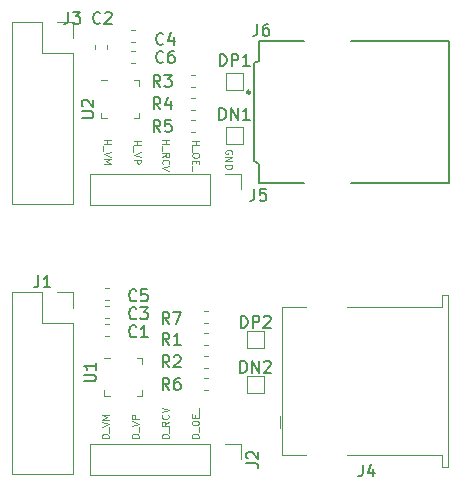
<source format=gbr>
G04 #@! TF.GenerationSoftware,KiCad,Pcbnew,5.1.6-c6e7f7d~86~ubuntu18.04.1*
G04 #@! TF.CreationDate,2021-05-10T20:55:15-07:00*
G04 #@! TF.ProjectId,usb_pmod,7573625f-706d-46f6-942e-6b696361645f,rev?*
G04 #@! TF.SameCoordinates,Original*
G04 #@! TF.FileFunction,Legend,Top*
G04 #@! TF.FilePolarity,Positive*
%FSLAX46Y46*%
G04 Gerber Fmt 4.6, Leading zero omitted, Abs format (unit mm)*
G04 Created by KiCad (PCBNEW 5.1.6-c6e7f7d~86~ubuntu18.04.1) date 2021-05-10 20:55:15*
%MOMM*%
%LPD*%
G01*
G04 APERTURE LIST*
%ADD10C,0.100000*%
%ADD11C,0.120000*%
%ADD12C,0.240000*%
%ADD13C,0.127000*%
%ADD14C,0.150000*%
G04 APERTURE END LIST*
D10*
X95775428Y-104874857D02*
X95175428Y-104874857D01*
X95175428Y-104732000D01*
X95204000Y-104646285D01*
X95261142Y-104589142D01*
X95318285Y-104560571D01*
X95432571Y-104532000D01*
X95518285Y-104532000D01*
X95632571Y-104560571D01*
X95689714Y-104589142D01*
X95746857Y-104646285D01*
X95775428Y-104732000D01*
X95775428Y-104874857D01*
X95832571Y-104417714D02*
X95832571Y-103960571D01*
X95775428Y-103474857D02*
X95489714Y-103674857D01*
X95775428Y-103817714D02*
X95175428Y-103817714D01*
X95175428Y-103589142D01*
X95204000Y-103532000D01*
X95232571Y-103503428D01*
X95289714Y-103474857D01*
X95375428Y-103474857D01*
X95432571Y-103503428D01*
X95461142Y-103532000D01*
X95489714Y-103589142D01*
X95489714Y-103817714D01*
X95718285Y-102874857D02*
X95746857Y-102903428D01*
X95775428Y-102989142D01*
X95775428Y-103046285D01*
X95746857Y-103132000D01*
X95689714Y-103189142D01*
X95632571Y-103217714D01*
X95518285Y-103246285D01*
X95432571Y-103246285D01*
X95318285Y-103217714D01*
X95261142Y-103189142D01*
X95204000Y-103132000D01*
X95175428Y-103046285D01*
X95175428Y-102989142D01*
X95204000Y-102903428D01*
X95232571Y-102874857D01*
X95175428Y-102703428D02*
X95775428Y-102503428D01*
X95175428Y-102303428D01*
X97772571Y-79684714D02*
X98372571Y-79684714D01*
X98086857Y-79684714D02*
X98086857Y-80027571D01*
X97772571Y-80027571D02*
X98372571Y-80027571D01*
X97715428Y-80170428D02*
X97715428Y-80627571D01*
X98372571Y-80884714D02*
X98372571Y-80999000D01*
X98344000Y-81056142D01*
X98286857Y-81113285D01*
X98172571Y-81141857D01*
X97972571Y-81141857D01*
X97858285Y-81113285D01*
X97801142Y-81056142D01*
X97772571Y-80999000D01*
X97772571Y-80884714D01*
X97801142Y-80827571D01*
X97858285Y-80770428D01*
X97972571Y-80741857D01*
X98172571Y-80741857D01*
X98286857Y-80770428D01*
X98344000Y-80827571D01*
X98372571Y-80884714D01*
X98086857Y-81399000D02*
X98086857Y-81599000D01*
X97772571Y-81684714D02*
X97772571Y-81399000D01*
X98372571Y-81399000D01*
X98372571Y-81684714D01*
X97715428Y-81799000D02*
X97715428Y-82256142D01*
X92819571Y-79687857D02*
X93419571Y-79687857D01*
X93133857Y-79687857D02*
X93133857Y-80030714D01*
X92819571Y-80030714D02*
X93419571Y-80030714D01*
X92762428Y-80173571D02*
X92762428Y-80630714D01*
X93419571Y-80687857D02*
X92819571Y-80887857D01*
X93419571Y-81087857D01*
X92819571Y-81287857D02*
X93419571Y-81287857D01*
X93419571Y-81516428D01*
X93391000Y-81573571D01*
X93362428Y-81602142D01*
X93305285Y-81630714D01*
X93219571Y-81630714D01*
X93162428Y-81602142D01*
X93133857Y-81573571D01*
X93105285Y-81516428D01*
X93105285Y-81287857D01*
X101138000Y-80822857D02*
X101166571Y-80765714D01*
X101166571Y-80680000D01*
X101138000Y-80594285D01*
X101080857Y-80537142D01*
X101023714Y-80508571D01*
X100909428Y-80480000D01*
X100823714Y-80480000D01*
X100709428Y-80508571D01*
X100652285Y-80537142D01*
X100595142Y-80594285D01*
X100566571Y-80680000D01*
X100566571Y-80737142D01*
X100595142Y-80822857D01*
X100623714Y-80851428D01*
X100823714Y-80851428D01*
X100823714Y-80737142D01*
X100566571Y-81108571D02*
X101166571Y-81108571D01*
X100566571Y-81451428D01*
X101166571Y-81451428D01*
X100566571Y-81737142D02*
X101166571Y-81737142D01*
X101166571Y-81880000D01*
X101138000Y-81965714D01*
X101080857Y-82022857D01*
X101023714Y-82051428D01*
X100909428Y-82080000D01*
X100823714Y-82080000D01*
X100709428Y-82051428D01*
X100652285Y-82022857D01*
X100595142Y-81965714D01*
X100566571Y-81880000D01*
X100566571Y-81737142D01*
X95232571Y-79641857D02*
X95832571Y-79641857D01*
X95546857Y-79641857D02*
X95546857Y-79984714D01*
X95232571Y-79984714D02*
X95832571Y-79984714D01*
X95175428Y-80127571D02*
X95175428Y-80584714D01*
X95232571Y-81070428D02*
X95518285Y-80870428D01*
X95232571Y-80727571D02*
X95832571Y-80727571D01*
X95832571Y-80956142D01*
X95804000Y-81013285D01*
X95775428Y-81041857D01*
X95718285Y-81070428D01*
X95632571Y-81070428D01*
X95575428Y-81041857D01*
X95546857Y-81013285D01*
X95518285Y-80956142D01*
X95518285Y-80727571D01*
X95289714Y-81670428D02*
X95261142Y-81641857D01*
X95232571Y-81556142D01*
X95232571Y-81499000D01*
X95261142Y-81413285D01*
X95318285Y-81356142D01*
X95375428Y-81327571D01*
X95489714Y-81299000D01*
X95575428Y-81299000D01*
X95689714Y-81327571D01*
X95746857Y-81356142D01*
X95804000Y-81413285D01*
X95832571Y-81499000D01*
X95832571Y-81556142D01*
X95804000Y-81641857D01*
X95775428Y-81670428D01*
X95832571Y-81841857D02*
X95232571Y-82041857D01*
X95832571Y-82241857D01*
X90279571Y-79645000D02*
X90879571Y-79645000D01*
X90593857Y-79645000D02*
X90593857Y-79987857D01*
X90279571Y-79987857D02*
X90879571Y-79987857D01*
X90222428Y-80130714D02*
X90222428Y-80587857D01*
X90879571Y-80645000D02*
X90279571Y-80845000D01*
X90879571Y-81045000D01*
X90279571Y-81245000D02*
X90879571Y-81245000D01*
X90451000Y-81445000D01*
X90879571Y-81645000D01*
X90279571Y-81645000D01*
X90695428Y-104871714D02*
X90095428Y-104871714D01*
X90095428Y-104728857D01*
X90124000Y-104643142D01*
X90181142Y-104586000D01*
X90238285Y-104557428D01*
X90352571Y-104528857D01*
X90438285Y-104528857D01*
X90552571Y-104557428D01*
X90609714Y-104586000D01*
X90666857Y-104643142D01*
X90695428Y-104728857D01*
X90695428Y-104871714D01*
X90752571Y-104414571D02*
X90752571Y-103957428D01*
X90095428Y-103900285D02*
X90695428Y-103700285D01*
X90095428Y-103500285D01*
X90695428Y-103300285D02*
X90095428Y-103300285D01*
X90524000Y-103100285D01*
X90095428Y-102900285D01*
X90695428Y-102900285D01*
X93235428Y-104828857D02*
X92635428Y-104828857D01*
X92635428Y-104686000D01*
X92664000Y-104600285D01*
X92721142Y-104543142D01*
X92778285Y-104514571D01*
X92892571Y-104486000D01*
X92978285Y-104486000D01*
X93092571Y-104514571D01*
X93149714Y-104543142D01*
X93206857Y-104600285D01*
X93235428Y-104686000D01*
X93235428Y-104828857D01*
X93292571Y-104371714D02*
X93292571Y-103914571D01*
X92635428Y-103857428D02*
X93235428Y-103657428D01*
X92635428Y-103457428D01*
X93235428Y-103257428D02*
X92635428Y-103257428D01*
X92635428Y-103028857D01*
X92664000Y-102971714D01*
X92692571Y-102943142D01*
X92749714Y-102914571D01*
X92835428Y-102914571D01*
X92892571Y-102943142D01*
X92921142Y-102971714D01*
X92949714Y-103028857D01*
X92949714Y-103257428D01*
X98315428Y-104832000D02*
X97715428Y-104832000D01*
X97715428Y-104689142D01*
X97744000Y-104603428D01*
X97801142Y-104546285D01*
X97858285Y-104517714D01*
X97972571Y-104489142D01*
X98058285Y-104489142D01*
X98172571Y-104517714D01*
X98229714Y-104546285D01*
X98286857Y-104603428D01*
X98315428Y-104689142D01*
X98315428Y-104832000D01*
X98372571Y-104374857D02*
X98372571Y-103917714D01*
X97715428Y-103660571D02*
X97715428Y-103546285D01*
X97744000Y-103489142D01*
X97801142Y-103432000D01*
X97915428Y-103403428D01*
X98115428Y-103403428D01*
X98229714Y-103432000D01*
X98286857Y-103489142D01*
X98315428Y-103546285D01*
X98315428Y-103660571D01*
X98286857Y-103717714D01*
X98229714Y-103774857D01*
X98115428Y-103803428D01*
X97915428Y-103803428D01*
X97801142Y-103774857D01*
X97744000Y-103717714D01*
X97715428Y-103660571D01*
X98001142Y-103146285D02*
X98001142Y-102946285D01*
X98315428Y-102860571D02*
X98315428Y-103146285D01*
X97715428Y-103146285D01*
X97715428Y-102860571D01*
X98372571Y-102746285D02*
X98372571Y-102289142D01*
D11*
X102424000Y-97220000D02*
X102424000Y-95820000D01*
X103824000Y-97220000D02*
X102424000Y-97220000D01*
X103824000Y-95820000D02*
X103824000Y-97220000D01*
X102424000Y-95820000D02*
X103824000Y-95820000D01*
X102424000Y-101030000D02*
X102424000Y-99630000D01*
X103824000Y-101030000D02*
X102424000Y-101030000D01*
X103824000Y-99630000D02*
X103824000Y-101030000D01*
X102424000Y-99630000D02*
X103824000Y-99630000D01*
X100646000Y-79948000D02*
X100646000Y-78548000D01*
X102046000Y-79948000D02*
X100646000Y-79948000D01*
X102046000Y-78548000D02*
X102046000Y-79948000D01*
X100646000Y-78548000D02*
X102046000Y-78548000D01*
X100646000Y-75376000D02*
X100646000Y-73976000D01*
X102046000Y-75376000D02*
X100646000Y-75376000D01*
X102046000Y-73976000D02*
X102046000Y-75376000D01*
X100646000Y-73976000D02*
X102046000Y-73976000D01*
D12*
X102672000Y-75592000D02*
G75*
G03*
X102672000Y-75592000I-120000J0D01*
G01*
D13*
X107202000Y-83292000D02*
X103402000Y-83292000D01*
X119502000Y-83292000D02*
X111202000Y-83292000D01*
X119502000Y-71292000D02*
X119502000Y-83292000D01*
X111202000Y-71292000D02*
X119502000Y-71292000D01*
X103402000Y-71292000D02*
X107202000Y-71292000D01*
X103402000Y-72942000D02*
X103402000Y-71292000D01*
X103002000Y-73142000D02*
X103402000Y-72942000D01*
X103002000Y-81442000D02*
X103002000Y-73142000D01*
X103402000Y-81642000D02*
X103002000Y-81442000D01*
X103402000Y-83292000D02*
X103402000Y-81642000D01*
D11*
X119416000Y-107292000D02*
X119416000Y-92792000D01*
X119416000Y-92792000D02*
X118916000Y-92792000D01*
X118916000Y-92792000D02*
X118916000Y-93792000D01*
X118916000Y-93792000D02*
X110916000Y-93792000D01*
X107416000Y-93792000D02*
X105416000Y-93792000D01*
X105416000Y-93792000D02*
X105416000Y-106292000D01*
X105416000Y-106292000D02*
X107416000Y-106292000D01*
X110916000Y-106292000D02*
X118916000Y-106292000D01*
X118916000Y-106292000D02*
X118916000Y-107292000D01*
X118916000Y-107292000D02*
X119416000Y-107292000D01*
X105166000Y-104042000D02*
X105166000Y-103042000D01*
X90365733Y-96268000D02*
X90708267Y-96268000D01*
X90365733Y-95248000D02*
X90708267Y-95248000D01*
X89533000Y-71569733D02*
X89533000Y-71912267D01*
X90553000Y-71569733D02*
X90553000Y-71912267D01*
X90736267Y-92200000D02*
X90393733Y-92200000D01*
X90736267Y-93220000D02*
X90393733Y-93220000D01*
X92895267Y-72134000D02*
X92552733Y-72134000D01*
X92895267Y-73154000D02*
X92552733Y-73154000D01*
X90736267Y-93724000D02*
X90393733Y-93724000D01*
X90736267Y-94744000D02*
X90393733Y-94744000D01*
X92895267Y-70356000D02*
X92552733Y-70356000D01*
X92895267Y-71376000D02*
X92552733Y-71376000D01*
X101914000Y-82490000D02*
X101914000Y-83820000D01*
X100584000Y-82490000D02*
X101914000Y-82490000D01*
X99314000Y-82490000D02*
X99314000Y-85150000D01*
X99314000Y-85150000D02*
X89094000Y-85150000D01*
X99314000Y-82490000D02*
X89094000Y-82490000D01*
X89094000Y-82490000D02*
X89094000Y-85150000D01*
X101914000Y-105350000D02*
X101914000Y-106680000D01*
X100584000Y-105350000D02*
X101914000Y-105350000D01*
X99314000Y-105350000D02*
X99314000Y-108010000D01*
X99314000Y-108010000D02*
X89094000Y-108010000D01*
X99314000Y-105350000D02*
X89094000Y-105350000D01*
X89094000Y-105350000D02*
X89094000Y-108010000D01*
X87690000Y-92523000D02*
X86360000Y-92523000D01*
X87690000Y-93853000D02*
X87690000Y-92523000D01*
X85090000Y-92523000D02*
X82490000Y-92523000D01*
X85090000Y-95123000D02*
X85090000Y-92523000D01*
X87690000Y-95123000D02*
X85090000Y-95123000D01*
X82490000Y-92523000D02*
X82490000Y-107883000D01*
X87690000Y-95123000D02*
X87690000Y-107883000D01*
X87690000Y-107883000D02*
X82490000Y-107883000D01*
X87690000Y-69663000D02*
X86360000Y-69663000D01*
X87690000Y-70993000D02*
X87690000Y-69663000D01*
X85090000Y-69663000D02*
X82490000Y-69663000D01*
X85090000Y-72263000D02*
X85090000Y-69663000D01*
X87690000Y-72263000D02*
X85090000Y-72263000D01*
X82490000Y-69663000D02*
X82490000Y-85023000D01*
X87690000Y-72263000D02*
X87690000Y-85023000D01*
X87690000Y-85023000D02*
X82490000Y-85023000D01*
X99090267Y-94105000D02*
X98747733Y-94105000D01*
X99090267Y-95125000D02*
X98747733Y-95125000D01*
X99090267Y-99820000D02*
X98747733Y-99820000D01*
X99090267Y-100840000D02*
X98747733Y-100840000D01*
X99090267Y-97915000D02*
X98747733Y-97915000D01*
X99090267Y-98935000D02*
X98747733Y-98935000D01*
X99090267Y-96010000D02*
X98747733Y-96010000D01*
X99090267Y-97030000D02*
X98747733Y-97030000D01*
X98038767Y-76071000D02*
X97696233Y-76071000D01*
X98038767Y-77091000D02*
X97696233Y-77091000D01*
X98038767Y-74166000D02*
X97696233Y-74166000D01*
X98038767Y-75186000D02*
X97696233Y-75186000D01*
X98038767Y-77976000D02*
X97696233Y-77976000D01*
X98038767Y-78996000D02*
X97696233Y-78996000D01*
X90813000Y-98085000D02*
X90338000Y-98085000D01*
X93558000Y-101305000D02*
X93558000Y-100830000D01*
X93083000Y-101305000D02*
X93558000Y-101305000D01*
X90338000Y-101305000D02*
X90338000Y-100830000D01*
X90813000Y-101305000D02*
X90338000Y-101305000D01*
X93558000Y-98085000D02*
X93558000Y-98560000D01*
X93083000Y-98085000D02*
X93558000Y-98085000D01*
X90559000Y-74590000D02*
X90084000Y-74590000D01*
X93304000Y-77810000D02*
X93304000Y-77335000D01*
X92829000Y-77810000D02*
X93304000Y-77810000D01*
X90084000Y-77810000D02*
X90084000Y-77335000D01*
X90559000Y-77810000D02*
X90084000Y-77810000D01*
X93304000Y-74590000D02*
X93304000Y-75065000D01*
X92829000Y-74590000D02*
X93304000Y-74590000D01*
D14*
X101885904Y-95524380D02*
X101885904Y-94524380D01*
X102124000Y-94524380D01*
X102266857Y-94572000D01*
X102362095Y-94667238D01*
X102409714Y-94762476D01*
X102457333Y-94952952D01*
X102457333Y-95095809D01*
X102409714Y-95286285D01*
X102362095Y-95381523D01*
X102266857Y-95476761D01*
X102124000Y-95524380D01*
X101885904Y-95524380D01*
X102885904Y-95524380D02*
X102885904Y-94524380D01*
X103266857Y-94524380D01*
X103362095Y-94572000D01*
X103409714Y-94619619D01*
X103457333Y-94714857D01*
X103457333Y-94857714D01*
X103409714Y-94952952D01*
X103362095Y-95000571D01*
X103266857Y-95048190D01*
X102885904Y-95048190D01*
X103838285Y-94619619D02*
X103885904Y-94572000D01*
X103981142Y-94524380D01*
X104219238Y-94524380D01*
X104314476Y-94572000D01*
X104362095Y-94619619D01*
X104409714Y-94714857D01*
X104409714Y-94810095D01*
X104362095Y-94952952D01*
X103790666Y-95524380D01*
X104409714Y-95524380D01*
X101862095Y-99334380D02*
X101862095Y-98334380D01*
X102100190Y-98334380D01*
X102243047Y-98382000D01*
X102338285Y-98477238D01*
X102385904Y-98572476D01*
X102433523Y-98762952D01*
X102433523Y-98905809D01*
X102385904Y-99096285D01*
X102338285Y-99191523D01*
X102243047Y-99286761D01*
X102100190Y-99334380D01*
X101862095Y-99334380D01*
X102862095Y-99334380D02*
X102862095Y-98334380D01*
X103433523Y-99334380D01*
X103433523Y-98334380D01*
X103862095Y-98429619D02*
X103909714Y-98382000D01*
X104004952Y-98334380D01*
X104243047Y-98334380D01*
X104338285Y-98382000D01*
X104385904Y-98429619D01*
X104433523Y-98524857D01*
X104433523Y-98620095D01*
X104385904Y-98762952D01*
X103814476Y-99334380D01*
X104433523Y-99334380D01*
X100084095Y-77922380D02*
X100084095Y-76922380D01*
X100322190Y-76922380D01*
X100465047Y-76970000D01*
X100560285Y-77065238D01*
X100607904Y-77160476D01*
X100655523Y-77350952D01*
X100655523Y-77493809D01*
X100607904Y-77684285D01*
X100560285Y-77779523D01*
X100465047Y-77874761D01*
X100322190Y-77922380D01*
X100084095Y-77922380D01*
X101084095Y-77922380D02*
X101084095Y-76922380D01*
X101655523Y-77922380D01*
X101655523Y-76922380D01*
X102655523Y-77922380D02*
X102084095Y-77922380D01*
X102369809Y-77922380D02*
X102369809Y-76922380D01*
X102274571Y-77065238D01*
X102179333Y-77160476D01*
X102084095Y-77208095D01*
X100107904Y-73350380D02*
X100107904Y-72350380D01*
X100346000Y-72350380D01*
X100488857Y-72398000D01*
X100584095Y-72493238D01*
X100631714Y-72588476D01*
X100679333Y-72778952D01*
X100679333Y-72921809D01*
X100631714Y-73112285D01*
X100584095Y-73207523D01*
X100488857Y-73302761D01*
X100346000Y-73350380D01*
X100107904Y-73350380D01*
X101107904Y-73350380D02*
X101107904Y-72350380D01*
X101488857Y-72350380D01*
X101584095Y-72398000D01*
X101631714Y-72445619D01*
X101679333Y-72540857D01*
X101679333Y-72683714D01*
X101631714Y-72778952D01*
X101584095Y-72826571D01*
X101488857Y-72874190D01*
X101107904Y-72874190D01*
X102631714Y-73350380D02*
X102060285Y-73350380D01*
X102346000Y-73350380D02*
X102346000Y-72350380D01*
X102250761Y-72493238D01*
X102155523Y-72588476D01*
X102060285Y-72636095D01*
X103298666Y-69810380D02*
X103298666Y-70524666D01*
X103251047Y-70667523D01*
X103155809Y-70762761D01*
X103012952Y-70810380D01*
X102917714Y-70810380D01*
X104203428Y-69810380D02*
X104012952Y-69810380D01*
X103917714Y-69858000D01*
X103870095Y-69905619D01*
X103774857Y-70048476D01*
X103727238Y-70238952D01*
X103727238Y-70619904D01*
X103774857Y-70715142D01*
X103822476Y-70762761D01*
X103917714Y-70810380D01*
X104108190Y-70810380D01*
X104203428Y-70762761D01*
X104251047Y-70715142D01*
X104298666Y-70619904D01*
X104298666Y-70381809D01*
X104251047Y-70286571D01*
X104203428Y-70238952D01*
X104108190Y-70191333D01*
X103917714Y-70191333D01*
X103822476Y-70238952D01*
X103774857Y-70286571D01*
X103727238Y-70381809D01*
X112206266Y-107118480D02*
X112206266Y-107832766D01*
X112158647Y-107975623D01*
X112063409Y-108070861D01*
X111920552Y-108118480D01*
X111825314Y-108118480D01*
X113111028Y-107451814D02*
X113111028Y-108118480D01*
X112872933Y-107070861D02*
X112634838Y-107785147D01*
X113253885Y-107785147D01*
X93051333Y-96242142D02*
X93003714Y-96289761D01*
X92860857Y-96337380D01*
X92765619Y-96337380D01*
X92622761Y-96289761D01*
X92527523Y-96194523D01*
X92479904Y-96099285D01*
X92432285Y-95908809D01*
X92432285Y-95765952D01*
X92479904Y-95575476D01*
X92527523Y-95480238D01*
X92622761Y-95385000D01*
X92765619Y-95337380D01*
X92860857Y-95337380D01*
X93003714Y-95385000D01*
X93051333Y-95432619D01*
X94003714Y-96337380D02*
X93432285Y-96337380D01*
X93718000Y-96337380D02*
X93718000Y-95337380D01*
X93622761Y-95480238D01*
X93527523Y-95575476D01*
X93432285Y-95623095D01*
X90003333Y-69699142D02*
X89955714Y-69746761D01*
X89812857Y-69794380D01*
X89717619Y-69794380D01*
X89574761Y-69746761D01*
X89479523Y-69651523D01*
X89431904Y-69556285D01*
X89384285Y-69365809D01*
X89384285Y-69222952D01*
X89431904Y-69032476D01*
X89479523Y-68937238D01*
X89574761Y-68842000D01*
X89717619Y-68794380D01*
X89812857Y-68794380D01*
X89955714Y-68842000D01*
X90003333Y-68889619D01*
X90384285Y-68889619D02*
X90431904Y-68842000D01*
X90527142Y-68794380D01*
X90765238Y-68794380D01*
X90860476Y-68842000D01*
X90908095Y-68889619D01*
X90955714Y-68984857D01*
X90955714Y-69080095D01*
X90908095Y-69222952D01*
X90336666Y-69794380D01*
X90955714Y-69794380D01*
X93051333Y-93194142D02*
X93003714Y-93241761D01*
X92860857Y-93289380D01*
X92765619Y-93289380D01*
X92622761Y-93241761D01*
X92527523Y-93146523D01*
X92479904Y-93051285D01*
X92432285Y-92860809D01*
X92432285Y-92717952D01*
X92479904Y-92527476D01*
X92527523Y-92432238D01*
X92622761Y-92337000D01*
X92765619Y-92289380D01*
X92860857Y-92289380D01*
X93003714Y-92337000D01*
X93051333Y-92384619D01*
X93956095Y-92289380D02*
X93479904Y-92289380D01*
X93432285Y-92765571D01*
X93479904Y-92717952D01*
X93575142Y-92670333D01*
X93813238Y-92670333D01*
X93908476Y-92717952D01*
X93956095Y-92765571D01*
X94003714Y-92860809D01*
X94003714Y-93098904D01*
X93956095Y-93194142D01*
X93908476Y-93241761D01*
X93813238Y-93289380D01*
X93575142Y-93289380D01*
X93479904Y-93241761D01*
X93432285Y-93194142D01*
X95337333Y-73001142D02*
X95289714Y-73048761D01*
X95146857Y-73096380D01*
X95051619Y-73096380D01*
X94908761Y-73048761D01*
X94813523Y-72953523D01*
X94765904Y-72858285D01*
X94718285Y-72667809D01*
X94718285Y-72524952D01*
X94765904Y-72334476D01*
X94813523Y-72239238D01*
X94908761Y-72144000D01*
X95051619Y-72096380D01*
X95146857Y-72096380D01*
X95289714Y-72144000D01*
X95337333Y-72191619D01*
X96194476Y-72096380D02*
X96004000Y-72096380D01*
X95908761Y-72144000D01*
X95861142Y-72191619D01*
X95765904Y-72334476D01*
X95718285Y-72524952D01*
X95718285Y-72905904D01*
X95765904Y-73001142D01*
X95813523Y-73048761D01*
X95908761Y-73096380D01*
X96099238Y-73096380D01*
X96194476Y-73048761D01*
X96242095Y-73001142D01*
X96289714Y-72905904D01*
X96289714Y-72667809D01*
X96242095Y-72572571D01*
X96194476Y-72524952D01*
X96099238Y-72477333D01*
X95908761Y-72477333D01*
X95813523Y-72524952D01*
X95765904Y-72572571D01*
X95718285Y-72667809D01*
X93051333Y-94718142D02*
X93003714Y-94765761D01*
X92860857Y-94813380D01*
X92765619Y-94813380D01*
X92622761Y-94765761D01*
X92527523Y-94670523D01*
X92479904Y-94575285D01*
X92432285Y-94384809D01*
X92432285Y-94241952D01*
X92479904Y-94051476D01*
X92527523Y-93956238D01*
X92622761Y-93861000D01*
X92765619Y-93813380D01*
X92860857Y-93813380D01*
X93003714Y-93861000D01*
X93051333Y-93908619D01*
X93384666Y-93813380D02*
X94003714Y-93813380D01*
X93670380Y-94194333D01*
X93813238Y-94194333D01*
X93908476Y-94241952D01*
X93956095Y-94289571D01*
X94003714Y-94384809D01*
X94003714Y-94622904D01*
X93956095Y-94718142D01*
X93908476Y-94765761D01*
X93813238Y-94813380D01*
X93527523Y-94813380D01*
X93432285Y-94765761D01*
X93384666Y-94718142D01*
X95337333Y-71477142D02*
X95289714Y-71524761D01*
X95146857Y-71572380D01*
X95051619Y-71572380D01*
X94908761Y-71524761D01*
X94813523Y-71429523D01*
X94765904Y-71334285D01*
X94718285Y-71143809D01*
X94718285Y-71000952D01*
X94765904Y-70810476D01*
X94813523Y-70715238D01*
X94908761Y-70620000D01*
X95051619Y-70572380D01*
X95146857Y-70572380D01*
X95289714Y-70620000D01*
X95337333Y-70667619D01*
X96194476Y-70905714D02*
X96194476Y-71572380D01*
X95956380Y-70524761D02*
X95718285Y-71239047D01*
X96337333Y-71239047D01*
X103044666Y-83780380D02*
X103044666Y-84494666D01*
X102997047Y-84637523D01*
X102901809Y-84732761D01*
X102758952Y-84780380D01*
X102663714Y-84780380D01*
X103997047Y-83780380D02*
X103520857Y-83780380D01*
X103473238Y-84256571D01*
X103520857Y-84208952D01*
X103616095Y-84161333D01*
X103854190Y-84161333D01*
X103949428Y-84208952D01*
X103997047Y-84256571D01*
X104044666Y-84351809D01*
X104044666Y-84589904D01*
X103997047Y-84685142D01*
X103949428Y-84732761D01*
X103854190Y-84780380D01*
X103616095Y-84780380D01*
X103520857Y-84732761D01*
X103473238Y-84685142D01*
X102366380Y-107013333D02*
X103080666Y-107013333D01*
X103223523Y-107060952D01*
X103318761Y-107156190D01*
X103366380Y-107299047D01*
X103366380Y-107394285D01*
X102461619Y-106584761D02*
X102414000Y-106537142D01*
X102366380Y-106441904D01*
X102366380Y-106203809D01*
X102414000Y-106108571D01*
X102461619Y-106060952D01*
X102556857Y-106013333D01*
X102652095Y-106013333D01*
X102794952Y-106060952D01*
X103366380Y-106632380D01*
X103366380Y-106013333D01*
X84756666Y-91102380D02*
X84756666Y-91816666D01*
X84709047Y-91959523D01*
X84613809Y-92054761D01*
X84470952Y-92102380D01*
X84375714Y-92102380D01*
X85756666Y-92102380D02*
X85185238Y-92102380D01*
X85470952Y-92102380D02*
X85470952Y-91102380D01*
X85375714Y-91245238D01*
X85280476Y-91340476D01*
X85185238Y-91388095D01*
X87296666Y-68794380D02*
X87296666Y-69508666D01*
X87249047Y-69651523D01*
X87153809Y-69746761D01*
X87010952Y-69794380D01*
X86915714Y-69794380D01*
X87677619Y-68794380D02*
X88296666Y-68794380D01*
X87963333Y-69175333D01*
X88106190Y-69175333D01*
X88201428Y-69222952D01*
X88249047Y-69270571D01*
X88296666Y-69365809D01*
X88296666Y-69603904D01*
X88249047Y-69699142D01*
X88201428Y-69746761D01*
X88106190Y-69794380D01*
X87820476Y-69794380D01*
X87725238Y-69746761D01*
X87677619Y-69699142D01*
X95845333Y-95194380D02*
X95512000Y-94718190D01*
X95273904Y-95194380D02*
X95273904Y-94194380D01*
X95654857Y-94194380D01*
X95750095Y-94242000D01*
X95797714Y-94289619D01*
X95845333Y-94384857D01*
X95845333Y-94527714D01*
X95797714Y-94622952D01*
X95750095Y-94670571D01*
X95654857Y-94718190D01*
X95273904Y-94718190D01*
X96178666Y-94194380D02*
X96845333Y-94194380D01*
X96416761Y-95194380D01*
X95845333Y-100782380D02*
X95512000Y-100306190D01*
X95273904Y-100782380D02*
X95273904Y-99782380D01*
X95654857Y-99782380D01*
X95750095Y-99830000D01*
X95797714Y-99877619D01*
X95845333Y-99972857D01*
X95845333Y-100115714D01*
X95797714Y-100210952D01*
X95750095Y-100258571D01*
X95654857Y-100306190D01*
X95273904Y-100306190D01*
X96702476Y-99782380D02*
X96512000Y-99782380D01*
X96416761Y-99830000D01*
X96369142Y-99877619D01*
X96273904Y-100020476D01*
X96226285Y-100210952D01*
X96226285Y-100591904D01*
X96273904Y-100687142D01*
X96321523Y-100734761D01*
X96416761Y-100782380D01*
X96607238Y-100782380D01*
X96702476Y-100734761D01*
X96750095Y-100687142D01*
X96797714Y-100591904D01*
X96797714Y-100353809D01*
X96750095Y-100258571D01*
X96702476Y-100210952D01*
X96607238Y-100163333D01*
X96416761Y-100163333D01*
X96321523Y-100210952D01*
X96273904Y-100258571D01*
X96226285Y-100353809D01*
X95845333Y-98877380D02*
X95512000Y-98401190D01*
X95273904Y-98877380D02*
X95273904Y-97877380D01*
X95654857Y-97877380D01*
X95750095Y-97925000D01*
X95797714Y-97972619D01*
X95845333Y-98067857D01*
X95845333Y-98210714D01*
X95797714Y-98305952D01*
X95750095Y-98353571D01*
X95654857Y-98401190D01*
X95273904Y-98401190D01*
X96226285Y-97972619D02*
X96273904Y-97925000D01*
X96369142Y-97877380D01*
X96607238Y-97877380D01*
X96702476Y-97925000D01*
X96750095Y-97972619D01*
X96797714Y-98067857D01*
X96797714Y-98163095D01*
X96750095Y-98305952D01*
X96178666Y-98877380D01*
X96797714Y-98877380D01*
X95845333Y-96972380D02*
X95512000Y-96496190D01*
X95273904Y-96972380D02*
X95273904Y-95972380D01*
X95654857Y-95972380D01*
X95750095Y-96020000D01*
X95797714Y-96067619D01*
X95845333Y-96162857D01*
X95845333Y-96305714D01*
X95797714Y-96400952D01*
X95750095Y-96448571D01*
X95654857Y-96496190D01*
X95273904Y-96496190D01*
X96797714Y-96972380D02*
X96226285Y-96972380D01*
X96512000Y-96972380D02*
X96512000Y-95972380D01*
X96416761Y-96115238D01*
X96321523Y-96210476D01*
X96226285Y-96258095D01*
X95083333Y-77033380D02*
X94750000Y-76557190D01*
X94511904Y-77033380D02*
X94511904Y-76033380D01*
X94892857Y-76033380D01*
X94988095Y-76081000D01*
X95035714Y-76128619D01*
X95083333Y-76223857D01*
X95083333Y-76366714D01*
X95035714Y-76461952D01*
X94988095Y-76509571D01*
X94892857Y-76557190D01*
X94511904Y-76557190D01*
X95940476Y-76366714D02*
X95940476Y-77033380D01*
X95702380Y-75985761D02*
X95464285Y-76700047D01*
X96083333Y-76700047D01*
X95083333Y-75128380D02*
X94750000Y-74652190D01*
X94511904Y-75128380D02*
X94511904Y-74128380D01*
X94892857Y-74128380D01*
X94988095Y-74176000D01*
X95035714Y-74223619D01*
X95083333Y-74318857D01*
X95083333Y-74461714D01*
X95035714Y-74556952D01*
X94988095Y-74604571D01*
X94892857Y-74652190D01*
X94511904Y-74652190D01*
X95416666Y-74128380D02*
X96035714Y-74128380D01*
X95702380Y-74509333D01*
X95845238Y-74509333D01*
X95940476Y-74556952D01*
X95988095Y-74604571D01*
X96035714Y-74699809D01*
X96035714Y-74937904D01*
X95988095Y-75033142D01*
X95940476Y-75080761D01*
X95845238Y-75128380D01*
X95559523Y-75128380D01*
X95464285Y-75080761D01*
X95416666Y-75033142D01*
X95083333Y-78938380D02*
X94750000Y-78462190D01*
X94511904Y-78938380D02*
X94511904Y-77938380D01*
X94892857Y-77938380D01*
X94988095Y-77986000D01*
X95035714Y-78033619D01*
X95083333Y-78128857D01*
X95083333Y-78271714D01*
X95035714Y-78366952D01*
X94988095Y-78414571D01*
X94892857Y-78462190D01*
X94511904Y-78462190D01*
X95988095Y-77938380D02*
X95511904Y-77938380D01*
X95464285Y-78414571D01*
X95511904Y-78366952D01*
X95607142Y-78319333D01*
X95845238Y-78319333D01*
X95940476Y-78366952D01*
X95988095Y-78414571D01*
X96035714Y-78509809D01*
X96035714Y-78747904D01*
X95988095Y-78843142D01*
X95940476Y-78890761D01*
X95845238Y-78938380D01*
X95607142Y-78938380D01*
X95511904Y-78890761D01*
X95464285Y-78843142D01*
X88606380Y-100075904D02*
X89415904Y-100075904D01*
X89511142Y-100028285D01*
X89558761Y-99980666D01*
X89606380Y-99885428D01*
X89606380Y-99694952D01*
X89558761Y-99599714D01*
X89511142Y-99552095D01*
X89415904Y-99504476D01*
X88606380Y-99504476D01*
X89606380Y-98504476D02*
X89606380Y-99075904D01*
X89606380Y-98790190D02*
X88606380Y-98790190D01*
X88749238Y-98885428D01*
X88844476Y-98980666D01*
X88892095Y-99075904D01*
X88415880Y-77787404D02*
X89225404Y-77787404D01*
X89320642Y-77739785D01*
X89368261Y-77692166D01*
X89415880Y-77596928D01*
X89415880Y-77406452D01*
X89368261Y-77311214D01*
X89320642Y-77263595D01*
X89225404Y-77215976D01*
X88415880Y-77215976D01*
X88511119Y-76787404D02*
X88463500Y-76739785D01*
X88415880Y-76644547D01*
X88415880Y-76406452D01*
X88463500Y-76311214D01*
X88511119Y-76263595D01*
X88606357Y-76215976D01*
X88701595Y-76215976D01*
X88844452Y-76263595D01*
X89415880Y-76835023D01*
X89415880Y-76215976D01*
M02*

</source>
